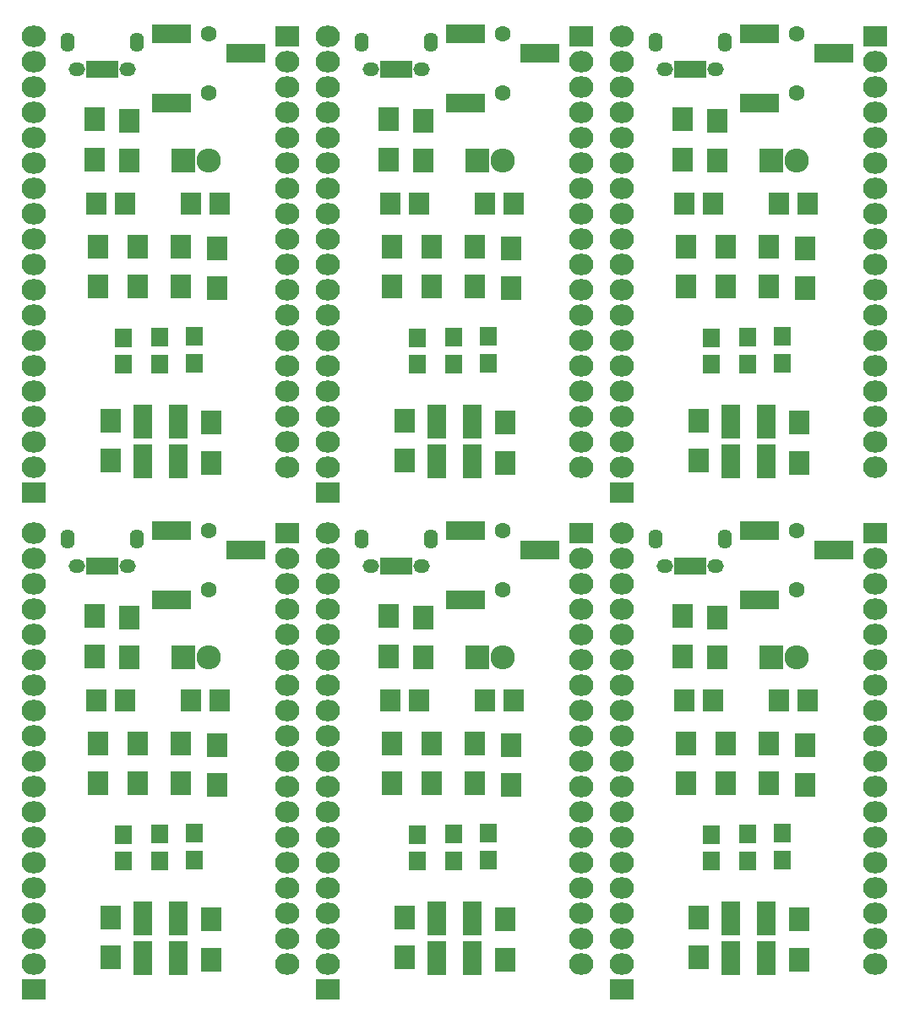
<source format=gbr>
G04 #@! TF.GenerationSoftware,KiCad,Pcbnew,5.0.0-rc2-dev-unknown-ce1bd4c~62~ubuntu16.04.1*
G04 #@! TF.CreationDate,2018-03-08T22:04:42+01:00*
G04 #@! TF.ProjectId,BM23_multi,424D32335F6D756C74692E6B69636164,rev?*
G04 #@! TF.SameCoordinates,Original*
G04 #@! TF.FileFunction,Soldermask,Top*
G04 #@! TF.FilePolarity,Negative*
%FSLAX46Y46*%
G04 Gerber Fmt 4.6, Leading zero omitted, Abs format (unit mm)*
G04 Created by KiCad (PCBNEW 5.0.0-rc2-dev-unknown-ce1bd4c~62~ubuntu16.04.1) date Thu Mar  8 22:04:42 2018*
%MOMM*%
%LPD*%
G01*
G04 APERTURE LIST*
%ADD10R,1.901140X3.399740*%
%ADD11O,2.432000X2.127200*%
%ADD12R,2.432000X2.127200*%
%ADD13R,2.000000X2.400000*%
%ADD14R,1.700000X1.900000*%
%ADD15C,1.600000*%
%ADD16R,3.900000X1.900000*%
%ADD17O,2.432000X2.432000*%
%ADD18R,2.432000X2.432000*%
%ADD19O,1.400000X1.950000*%
%ADD20O,1.650000X1.350000*%
%ADD21R,0.800000X1.750000*%
%ADD22R,1.997660X2.200860*%
G04 APERTURE END LIST*
D10*
X222250000Y-164625020D03*
X222250000Y-168622980D03*
D11*
X236728000Y-169164000D03*
X236728000Y-166624000D03*
X236728000Y-164084000D03*
X236728000Y-161544000D03*
X236728000Y-159004000D03*
X236728000Y-156464000D03*
X236728000Y-153924000D03*
X236728000Y-151384000D03*
X236728000Y-148844000D03*
X236728000Y-146304000D03*
X236728000Y-143764000D03*
X236728000Y-141224000D03*
X236728000Y-138684000D03*
X236728000Y-136144000D03*
X236728000Y-133604000D03*
X236728000Y-131064000D03*
X236728000Y-128524000D03*
D12*
X236728000Y-125984000D03*
D13*
X218998800Y-168547800D03*
X218998800Y-164547800D03*
X217449400Y-138347200D03*
X217449400Y-134347200D03*
X217728800Y-151072600D03*
X217728800Y-147072600D03*
D11*
X211328000Y-125984000D03*
X211328000Y-128524000D03*
X211328000Y-131064000D03*
X211328000Y-133604000D03*
X211328000Y-136144000D03*
X211328000Y-138684000D03*
X211328000Y-141224000D03*
X211328000Y-143764000D03*
X211328000Y-146304000D03*
X211328000Y-148844000D03*
X211328000Y-151384000D03*
X211328000Y-153924000D03*
X211328000Y-156464000D03*
X211328000Y-159004000D03*
X211328000Y-161544000D03*
X211328000Y-164084000D03*
X211328000Y-166624000D03*
X211328000Y-169164000D03*
D12*
X211328000Y-171704000D03*
D13*
X226060000Y-151098000D03*
X226060000Y-147098000D03*
D14*
X223951800Y-158855400D03*
X223951800Y-156155400D03*
D13*
X221742000Y-147098000D03*
X221742000Y-151098000D03*
D10*
X225806000Y-168622980D03*
X225806000Y-164625020D03*
D13*
X229108000Y-168751000D03*
X229108000Y-164751000D03*
X220878400Y-138474200D03*
X220878400Y-134474200D03*
D15*
X228854000Y-125730000D03*
D16*
X225104000Y-125730000D03*
X232604000Y-127730000D03*
X225104000Y-132730000D03*
D15*
X228854000Y-131730000D03*
D17*
X228854000Y-138430000D03*
D18*
X226314000Y-138430000D03*
D19*
X214686900Y-126624540D03*
X221686900Y-126624540D03*
D20*
X215686900Y-129324540D03*
X220686900Y-129324540D03*
D21*
X216886900Y-129324540D03*
X217536900Y-129324540D03*
X218186900Y-129324540D03*
X218836900Y-129324540D03*
X219486900Y-129324540D03*
D14*
X220268800Y-158906200D03*
X220268800Y-156206200D03*
D13*
X229743000Y-147231600D03*
X229743000Y-151231600D03*
D22*
X229915720Y-142748000D03*
X227076000Y-142748000D03*
D14*
X227380800Y-156104600D03*
X227380800Y-158804600D03*
D22*
X220472000Y-142748000D03*
X217632280Y-142748000D03*
D10*
X192786000Y-164625020D03*
X192786000Y-168622980D03*
D11*
X207264000Y-169164000D03*
X207264000Y-166624000D03*
X207264000Y-164084000D03*
X207264000Y-161544000D03*
X207264000Y-159004000D03*
X207264000Y-156464000D03*
X207264000Y-153924000D03*
X207264000Y-151384000D03*
X207264000Y-148844000D03*
X207264000Y-146304000D03*
X207264000Y-143764000D03*
X207264000Y-141224000D03*
X207264000Y-138684000D03*
X207264000Y-136144000D03*
X207264000Y-133604000D03*
X207264000Y-131064000D03*
X207264000Y-128524000D03*
D12*
X207264000Y-125984000D03*
D13*
X189534800Y-168547800D03*
X189534800Y-164547800D03*
X187985400Y-138347200D03*
X187985400Y-134347200D03*
X188264800Y-151072600D03*
X188264800Y-147072600D03*
D11*
X181864000Y-125984000D03*
X181864000Y-128524000D03*
X181864000Y-131064000D03*
X181864000Y-133604000D03*
X181864000Y-136144000D03*
X181864000Y-138684000D03*
X181864000Y-141224000D03*
X181864000Y-143764000D03*
X181864000Y-146304000D03*
X181864000Y-148844000D03*
X181864000Y-151384000D03*
X181864000Y-153924000D03*
X181864000Y-156464000D03*
X181864000Y-159004000D03*
X181864000Y-161544000D03*
X181864000Y-164084000D03*
X181864000Y-166624000D03*
X181864000Y-169164000D03*
D12*
X181864000Y-171704000D03*
D13*
X196596000Y-151098000D03*
X196596000Y-147098000D03*
D14*
X194487800Y-158855400D03*
X194487800Y-156155400D03*
D13*
X192278000Y-147098000D03*
X192278000Y-151098000D03*
D10*
X196342000Y-168622980D03*
X196342000Y-164625020D03*
D13*
X199644000Y-168751000D03*
X199644000Y-164751000D03*
X191414400Y-138474200D03*
X191414400Y-134474200D03*
D15*
X199390000Y-125730000D03*
D16*
X195640000Y-125730000D03*
X203140000Y-127730000D03*
X195640000Y-132730000D03*
D15*
X199390000Y-131730000D03*
D17*
X199390000Y-138430000D03*
D18*
X196850000Y-138430000D03*
D19*
X185222900Y-126624540D03*
X192222900Y-126624540D03*
D20*
X186222900Y-129324540D03*
X191222900Y-129324540D03*
D21*
X187422900Y-129324540D03*
X188072900Y-129324540D03*
X188722900Y-129324540D03*
X189372900Y-129324540D03*
X190022900Y-129324540D03*
D14*
X190804800Y-158906200D03*
X190804800Y-156206200D03*
D13*
X200279000Y-147231600D03*
X200279000Y-151231600D03*
D22*
X200451720Y-142748000D03*
X197612000Y-142748000D03*
D14*
X197916800Y-156104600D03*
X197916800Y-158804600D03*
D22*
X191008000Y-142748000D03*
X188168280Y-142748000D03*
D10*
X163322000Y-164625020D03*
X163322000Y-168622980D03*
D11*
X177800000Y-169164000D03*
X177800000Y-166624000D03*
X177800000Y-164084000D03*
X177800000Y-161544000D03*
X177800000Y-159004000D03*
X177800000Y-156464000D03*
X177800000Y-153924000D03*
X177800000Y-151384000D03*
X177800000Y-148844000D03*
X177800000Y-146304000D03*
X177800000Y-143764000D03*
X177800000Y-141224000D03*
X177800000Y-138684000D03*
X177800000Y-136144000D03*
X177800000Y-133604000D03*
X177800000Y-131064000D03*
X177800000Y-128524000D03*
D12*
X177800000Y-125984000D03*
D13*
X160070800Y-168547800D03*
X160070800Y-164547800D03*
X158521400Y-138347200D03*
X158521400Y-134347200D03*
X158800800Y-151072600D03*
X158800800Y-147072600D03*
D11*
X152400000Y-125984000D03*
X152400000Y-128524000D03*
X152400000Y-131064000D03*
X152400000Y-133604000D03*
X152400000Y-136144000D03*
X152400000Y-138684000D03*
X152400000Y-141224000D03*
X152400000Y-143764000D03*
X152400000Y-146304000D03*
X152400000Y-148844000D03*
X152400000Y-151384000D03*
X152400000Y-153924000D03*
X152400000Y-156464000D03*
X152400000Y-159004000D03*
X152400000Y-161544000D03*
X152400000Y-164084000D03*
X152400000Y-166624000D03*
X152400000Y-169164000D03*
D12*
X152400000Y-171704000D03*
D13*
X167132000Y-151098000D03*
X167132000Y-147098000D03*
D14*
X165023800Y-158855400D03*
X165023800Y-156155400D03*
D13*
X162814000Y-147098000D03*
X162814000Y-151098000D03*
D10*
X166878000Y-168622980D03*
X166878000Y-164625020D03*
D13*
X170180000Y-168751000D03*
X170180000Y-164751000D03*
X161950400Y-138474200D03*
X161950400Y-134474200D03*
D15*
X169926000Y-125730000D03*
D16*
X166176000Y-125730000D03*
X173676000Y-127730000D03*
X166176000Y-132730000D03*
D15*
X169926000Y-131730000D03*
D17*
X169926000Y-138430000D03*
D18*
X167386000Y-138430000D03*
D19*
X155758900Y-126624540D03*
X162758900Y-126624540D03*
D20*
X156758900Y-129324540D03*
X161758900Y-129324540D03*
D21*
X157958900Y-129324540D03*
X158608900Y-129324540D03*
X159258900Y-129324540D03*
X159908900Y-129324540D03*
X160558900Y-129324540D03*
D14*
X161340800Y-158906200D03*
X161340800Y-156206200D03*
D13*
X170815000Y-147231600D03*
X170815000Y-151231600D03*
D22*
X170987720Y-142748000D03*
X168148000Y-142748000D03*
D14*
X168452800Y-156104600D03*
X168452800Y-158804600D03*
D22*
X161544000Y-142748000D03*
X158704280Y-142748000D03*
D10*
X222250000Y-114841020D03*
X222250000Y-118838980D03*
D11*
X236728000Y-119380000D03*
X236728000Y-116840000D03*
X236728000Y-114300000D03*
X236728000Y-111760000D03*
X236728000Y-109220000D03*
X236728000Y-106680000D03*
X236728000Y-104140000D03*
X236728000Y-101600000D03*
X236728000Y-99060000D03*
X236728000Y-96520000D03*
X236728000Y-93980000D03*
X236728000Y-91440000D03*
X236728000Y-88900000D03*
X236728000Y-86360000D03*
X236728000Y-83820000D03*
X236728000Y-81280000D03*
X236728000Y-78740000D03*
D12*
X236728000Y-76200000D03*
D13*
X218998800Y-118763800D03*
X218998800Y-114763800D03*
X217449400Y-88563200D03*
X217449400Y-84563200D03*
X217728800Y-101288600D03*
X217728800Y-97288600D03*
D11*
X211328000Y-76200000D03*
X211328000Y-78740000D03*
X211328000Y-81280000D03*
X211328000Y-83820000D03*
X211328000Y-86360000D03*
X211328000Y-88900000D03*
X211328000Y-91440000D03*
X211328000Y-93980000D03*
X211328000Y-96520000D03*
X211328000Y-99060000D03*
X211328000Y-101600000D03*
X211328000Y-104140000D03*
X211328000Y-106680000D03*
X211328000Y-109220000D03*
X211328000Y-111760000D03*
X211328000Y-114300000D03*
X211328000Y-116840000D03*
X211328000Y-119380000D03*
D12*
X211328000Y-121920000D03*
D13*
X226060000Y-101314000D03*
X226060000Y-97314000D03*
D14*
X223951800Y-109071400D03*
X223951800Y-106371400D03*
D13*
X221742000Y-97314000D03*
X221742000Y-101314000D03*
D10*
X225806000Y-118838980D03*
X225806000Y-114841020D03*
D13*
X229108000Y-118967000D03*
X229108000Y-114967000D03*
X220878400Y-88690200D03*
X220878400Y-84690200D03*
D15*
X228854000Y-75946000D03*
D16*
X225104000Y-75946000D03*
X232604000Y-77946000D03*
X225104000Y-82946000D03*
D15*
X228854000Y-81946000D03*
D17*
X228854000Y-88646000D03*
D18*
X226314000Y-88646000D03*
D19*
X214686900Y-76840540D03*
X221686900Y-76840540D03*
D20*
X215686900Y-79540540D03*
X220686900Y-79540540D03*
D21*
X216886900Y-79540540D03*
X217536900Y-79540540D03*
X218186900Y-79540540D03*
X218836900Y-79540540D03*
X219486900Y-79540540D03*
D14*
X220268800Y-109122200D03*
X220268800Y-106422200D03*
D13*
X229743000Y-97447600D03*
X229743000Y-101447600D03*
D22*
X229915720Y-92964000D03*
X227076000Y-92964000D03*
D14*
X227380800Y-106320600D03*
X227380800Y-109020600D03*
D22*
X220472000Y-92964000D03*
X217632280Y-92964000D03*
D10*
X192786000Y-114841020D03*
X192786000Y-118838980D03*
D11*
X207264000Y-119380000D03*
X207264000Y-116840000D03*
X207264000Y-114300000D03*
X207264000Y-111760000D03*
X207264000Y-109220000D03*
X207264000Y-106680000D03*
X207264000Y-104140000D03*
X207264000Y-101600000D03*
X207264000Y-99060000D03*
X207264000Y-96520000D03*
X207264000Y-93980000D03*
X207264000Y-91440000D03*
X207264000Y-88900000D03*
X207264000Y-86360000D03*
X207264000Y-83820000D03*
X207264000Y-81280000D03*
X207264000Y-78740000D03*
D12*
X207264000Y-76200000D03*
D13*
X189534800Y-118763800D03*
X189534800Y-114763800D03*
X187985400Y-88563200D03*
X187985400Y-84563200D03*
X188264800Y-101288600D03*
X188264800Y-97288600D03*
D11*
X181864000Y-76200000D03*
X181864000Y-78740000D03*
X181864000Y-81280000D03*
X181864000Y-83820000D03*
X181864000Y-86360000D03*
X181864000Y-88900000D03*
X181864000Y-91440000D03*
X181864000Y-93980000D03*
X181864000Y-96520000D03*
X181864000Y-99060000D03*
X181864000Y-101600000D03*
X181864000Y-104140000D03*
X181864000Y-106680000D03*
X181864000Y-109220000D03*
X181864000Y-111760000D03*
X181864000Y-114300000D03*
X181864000Y-116840000D03*
X181864000Y-119380000D03*
D12*
X181864000Y-121920000D03*
D13*
X196596000Y-101314000D03*
X196596000Y-97314000D03*
D14*
X194487800Y-109071400D03*
X194487800Y-106371400D03*
D13*
X192278000Y-97314000D03*
X192278000Y-101314000D03*
D10*
X196342000Y-118838980D03*
X196342000Y-114841020D03*
D13*
X199644000Y-118967000D03*
X199644000Y-114967000D03*
X191414400Y-88690200D03*
X191414400Y-84690200D03*
D15*
X199390000Y-75946000D03*
D16*
X195640000Y-75946000D03*
X203140000Y-77946000D03*
X195640000Y-82946000D03*
D15*
X199390000Y-81946000D03*
D17*
X199390000Y-88646000D03*
D18*
X196850000Y-88646000D03*
D19*
X185222900Y-76840540D03*
X192222900Y-76840540D03*
D20*
X186222900Y-79540540D03*
X191222900Y-79540540D03*
D21*
X187422900Y-79540540D03*
X188072900Y-79540540D03*
X188722900Y-79540540D03*
X189372900Y-79540540D03*
X190022900Y-79540540D03*
D14*
X190804800Y-109122200D03*
X190804800Y-106422200D03*
D13*
X200279000Y-97447600D03*
X200279000Y-101447600D03*
D22*
X200451720Y-92964000D03*
X197612000Y-92964000D03*
D14*
X197916800Y-106320600D03*
X197916800Y-109020600D03*
D22*
X191008000Y-92964000D03*
X188168280Y-92964000D03*
D12*
X152400000Y-121920000D03*
D11*
X152400000Y-119380000D03*
X152400000Y-116840000D03*
X152400000Y-114300000D03*
X152400000Y-111760000D03*
X152400000Y-109220000D03*
X152400000Y-106680000D03*
X152400000Y-104140000D03*
X152400000Y-101600000D03*
X152400000Y-99060000D03*
X152400000Y-96520000D03*
X152400000Y-93980000D03*
X152400000Y-91440000D03*
X152400000Y-88900000D03*
X152400000Y-86360000D03*
X152400000Y-83820000D03*
X152400000Y-81280000D03*
X152400000Y-78740000D03*
X152400000Y-76200000D03*
D12*
X177800000Y-76200000D03*
D11*
X177800000Y-78740000D03*
X177800000Y-81280000D03*
X177800000Y-83820000D03*
X177800000Y-86360000D03*
X177800000Y-88900000D03*
X177800000Y-91440000D03*
X177800000Y-93980000D03*
X177800000Y-96520000D03*
X177800000Y-99060000D03*
X177800000Y-101600000D03*
X177800000Y-104140000D03*
X177800000Y-106680000D03*
X177800000Y-109220000D03*
X177800000Y-111760000D03*
X177800000Y-114300000D03*
X177800000Y-116840000D03*
X177800000Y-119380000D03*
D13*
X160070800Y-114763800D03*
X160070800Y-118763800D03*
D10*
X163322000Y-118838980D03*
X163322000Y-114841020D03*
D13*
X158521400Y-84563200D03*
X158521400Y-88563200D03*
X158800800Y-97288600D03*
X158800800Y-101288600D03*
X162814000Y-101314000D03*
X162814000Y-97314000D03*
X170180000Y-114967000D03*
X170180000Y-118967000D03*
D10*
X166878000Y-114841020D03*
X166878000Y-118838980D03*
D13*
X161950400Y-84690200D03*
X161950400Y-88690200D03*
X167132000Y-97314000D03*
X167132000Y-101314000D03*
X170815000Y-101447600D03*
X170815000Y-97447600D03*
D18*
X167386000Y-88646000D03*
D17*
X169926000Y-88646000D03*
D22*
X168148000Y-92964000D03*
X170987720Y-92964000D03*
X158704280Y-92964000D03*
X161544000Y-92964000D03*
D14*
X161340800Y-106422200D03*
X161340800Y-109122200D03*
X165023800Y-106371400D03*
X165023800Y-109071400D03*
X168452800Y-109020600D03*
X168452800Y-106320600D03*
D21*
X160558900Y-79540540D03*
X159908900Y-79540540D03*
X159258900Y-79540540D03*
X158608900Y-79540540D03*
X157958900Y-79540540D03*
D20*
X161758900Y-79540540D03*
X156758900Y-79540540D03*
D19*
X162758900Y-76840540D03*
X155758900Y-76840540D03*
D15*
X169926000Y-81946000D03*
D16*
X166176000Y-82946000D03*
X173676000Y-77946000D03*
X166176000Y-75946000D03*
D15*
X169926000Y-75946000D03*
M02*

</source>
